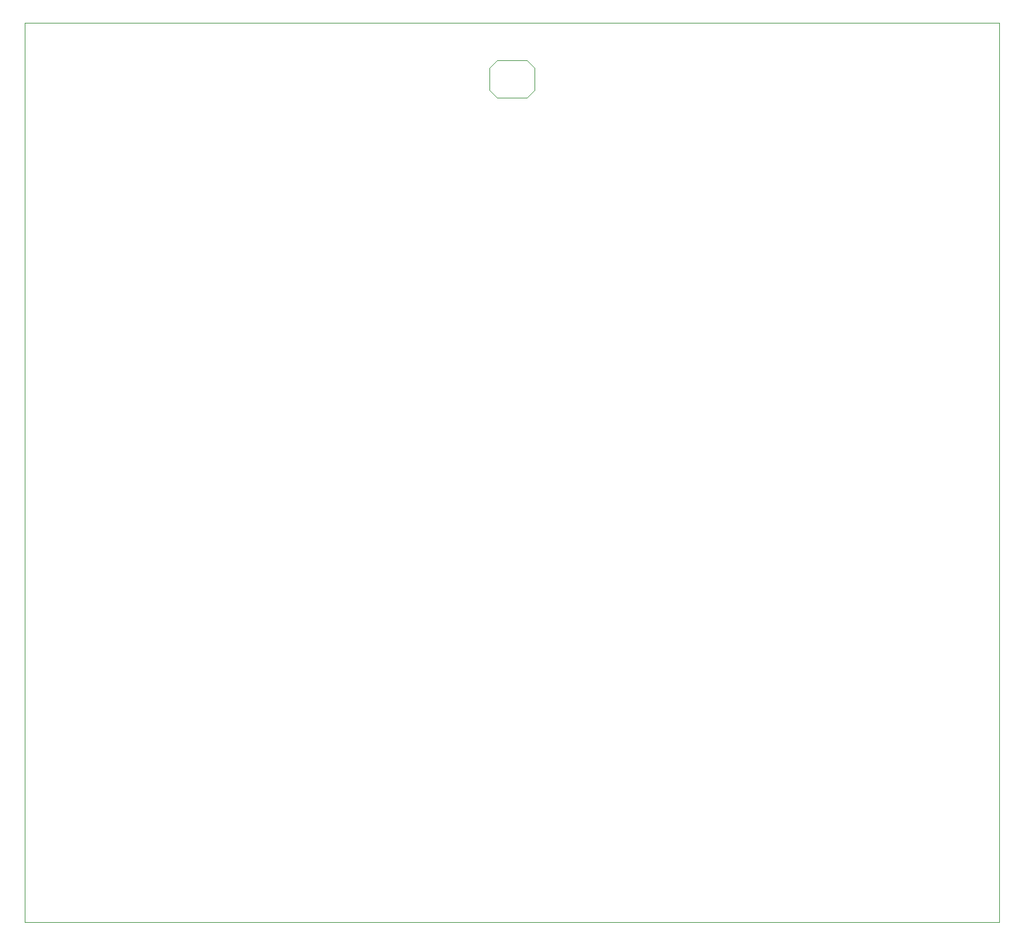
<source format=gm1>
G04 #@! TF.GenerationSoftware,KiCad,Pcbnew,(5.1.0)-1*
G04 #@! TF.CreationDate,2020-06-13T17:29:40-05:00*
G04 #@! TF.ProjectId,prod,70726f64-2e6b-4696-9361-645f70636258,1*
G04 #@! TF.SameCoordinates,Original*
G04 #@! TF.FileFunction,Profile,NP*
%FSLAX46Y46*%
G04 Gerber Fmt 4.6, Leading zero omitted, Abs format (unit mm)*
G04 Created by KiCad (PCBNEW (5.1.0)-1) date 2020-06-13 17:29:40*
%MOMM*%
%LPD*%
G04 APERTURE LIST*
%ADD10C,0.050000*%
G04 APERTURE END LIST*
D10*
X139000000Y-30000000D02*
X140000000Y-29000000D01*
X139000000Y-33000000D02*
X139000000Y-30000000D01*
X140000000Y-34000000D02*
X139000000Y-33000000D01*
X144000000Y-34000000D02*
X140000000Y-34000000D01*
X145000000Y-33000000D02*
X144000000Y-34000000D01*
X145000000Y-30000000D02*
X145000000Y-33000000D01*
X144000000Y-29000000D02*
X145000000Y-30000000D01*
X140000000Y-29000000D02*
X144000000Y-29000000D01*
X77000000Y-144000000D02*
X207000000Y-144000000D01*
X77000000Y-24000000D02*
X207000000Y-24000000D01*
X77000000Y-144000000D02*
X77000000Y-24000000D01*
X207000000Y-144000000D02*
X207000000Y-24000000D01*
M02*

</source>
